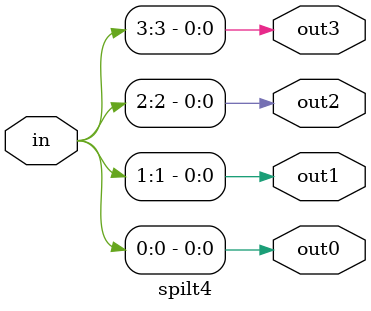
<source format=v>
`timescale 1ns / 1ps


module spilt4(
input   [3:0] in    ,
output         out0  , 
output         out1  , 
output         out2  , 
output         out3    


);
    
    
    
assign  out0   = in[0    ];
assign  out1   = in[1    ];
assign  out2   = in[2    ];
assign  out3   = in[3    ];

    
    
    
    
    
    
endmodule

</source>
